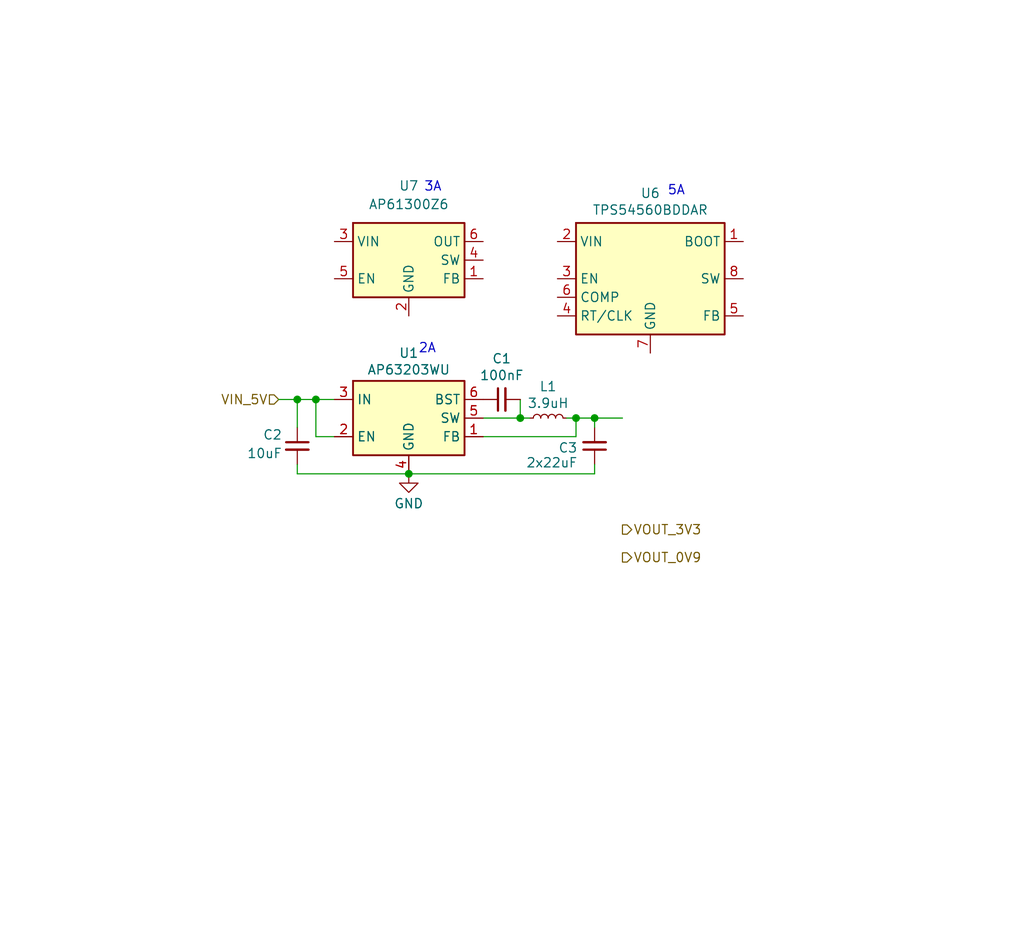
<source format=kicad_sch>
(kicad_sch (version 20250114) (generator "eeschema") (generator_version "9.0")
  (paper "User" 140 130)
  (lib_symbols
    (symbol "Device:C_Small" (pin_numbers (hide yes)) (pin_names (offset 0.254) (hide yes))
      (property "Reference" "C" (at 0.254 1.778 0))
      (property "Value" "C_Small" (at 0.254 -2.032 0))
      (symbol "C_Small_0_1"
        (polyline (pts (xy -1.524 0.508) (xy 1.524 0.508)) (stroke (width 0.3048)))
        (polyline (pts (xy -1.524 -0.508) (xy 1.524 -0.508)) (stroke (width 0.3302)))
      )
      (symbol "C_Small_1_1"
        (pin passive line (at 0 2.54 270) (length 2.032) (name "~") (number "1"))
        (pin passive line (at 0 -2.54 90) (length 2.032) (name "~") (number "2"))
      )
    )
    (symbol "Device:L_Small" (pin_numbers (hide yes)) (pin_names (offset 0.254) (hide yes))
      (property "Reference" "L" (at 0.762 1.016 0))
      (property "Value" "L_Small" (at 0.762 -1.016 0))
      (symbol "L_Small_0_1"
        (arc (start 0 2.032) (mid 0.5058 1.524) (end 0 1.016))
        (arc (start 0 1.016) (mid 0.5058 0.508) (end 0 0))
        (arc (start 0 0) (mid 0.5058 -0.508) (end 0 -1.016))
        (arc (start 0 -1.016) (mid 0.5058 -1.524) (end 0 -2.032))
      )
      (symbol "L_Small_1_1"
        (pin passive line (at 0 2.54 270) (length 0.508) (name "~") (number "1"))
        (pin passive line (at 0 -2.54 90) (length 0.508) (name "~") (number "2"))
      )
    )
    (symbol "Regulator_Switching:AP61300Z6"
      (property "Reference" "U" (at -7.62 6.35 0))
      (property "Value" "AP61300Z6" (at 6.35 -6.35 0))
      (symbol "AP61300Z6_0_1"
        (rectangle (start -7.62 5.08) (end 7.62 -5.08) (stroke (width 0.254)) (fill (type background)))
      )
      (symbol "AP61300Z6_1_1"
        (pin power_in line (at -10.16 2.54 0) (length 2.54) (name "VIN") (number "3"))
        (pin input line (at -10.16 -2.54 0) (length 2.54) (name "EN") (number "5"))
        (pin power_in line (at 0 -7.62 90) (length 2.54) (name "GND") (number "2"))
        (pin input line (at 10.16 2.54 180) (length 2.54) (name "OUT") (number "6"))
        (pin power_out line (at 10.16 0 180) (length 2.54) (name "SW") (number "4"))
        (pin input line (at 10.16 -2.54 180) (length 2.54) (name "FB") (number "1"))
      )
    )
    (symbol "Regulator_Switching:AP63203WU"
      (property "Reference" "U5" (at 0 10.16 0))
      (property "Value" "AP63203WU" (at 0 7.62 0))
      (symbol "AP63203WU_0_1"
        (rectangle (start -7.62 5.08) (end 7.62 -5.08) (stroke (width 0.254)) (fill (type background)))
      )
      (symbol "AP63203WU_1_1"
        (pin power_in line (at -10.16 2.54 0) (length 2.54) (name "IN") (number "3"))
        (pin input line (at -10.16 -2.54 0) (length 2.54) (name "EN") (number "2"))
        (pin power_in line (at 0 -7.62 90) (length 2.54) (name "GND") (number "4"))
        (pin passive line (at 10.16 2.54 180) (length 2.54) (name "BST") (number "6"))
        (pin output line (at 10.16 0 180) (length 2.54) (name "SW") (number "5"))
        (pin input line (at 10.16 -2.54 180) (length 2.54) (name "FB") (number "1"))
      )
    )
    (symbol "Regulator_Switching:TPS54560BDDA"
      (property "Reference" "U" (at -6.35 8.89 0))
      (property "Value" "TPS54560BDDA" (at 10.16 8.89 0))
      (symbol "TPS54560BDDA_0_1"
        (rectangle (start -10.16 7.62) (end 10.16 -7.62) (stroke (width 0.254)) (fill (type background)))
      )
      (symbol "TPS54560BDDA_1_1"
        (pin power_in line (at -12.7 5.08 0) (length 2.54) (name "VIN") (number "2"))
        (pin input line (at -12.7 0 0) (length 2.54) (name "EN") (number "3"))
        (pin output line (at -12.7 -2.54 0) (length 2.54) (name "COMP") (number "6"))
        (pin passive line (at -12.7 -5.08 0) (length 2.54) (name "RT/CLK") (number "4"))
        (pin power_in line (at 0 -10.16 90) (length 2.54) (name "GND") (number "7"))
        (pin passive line (at 0 -10.16 90) (length 2.54) (hide yes) (name "GND") (number "9"))
        (pin passive line (at 12.7 5.08 180) (length 2.54) (name "BOOT") (number "1"))
        (pin power_out line (at 12.7 0 180) (length 2.54) (name "SW") (number "8"))
        (pin input line (at 12.7 -5.08 180) (length 2.54) (name "FB") (number "5"))
      )
    )
    (symbol "power:GND" (power) (pin_numbers (hide yes)) (pin_names (offset 0) (hide yes))
      (property "Value" "GND" (at 0 -3.81 0))
      (symbol "GND_0_1"
        (polyline (pts (xy 0 0) (xy 0 -1.27) (xy 1.27 -1.27) (xy 0 -2.54) (xy -1.27 -1.27) (xy 0 -1.27)))
      )
      (symbol "GND_1_1"
        (pin power_in line (at 0 0 270) (length 0) (name "~") (number "1"))
      )
    )
  )
  (text "5A" (at 92.456 26.162 0) (effects (font (size 1.27 1.27))))
  (text "2A" (at 58.42 47.752 0) (effects (font (size 1.27 1.27))))
  (text "3A" (at 59.182 25.654 0) (effects (font (size 1.27 1.27))))
  (junction (at 43.18 54.61))
  (junction (at 71.12 57.15))
  (junction (at 40.64 54.61))
  (junction (at 78.74 57.15))
  (junction (at 81.28 57.15))
  (junction (at 55.88 64.77))
  (wire (pts (xy 40.64 64.77) (xy 55.88 64.77)))
  (wire (pts (xy 81.28 57.15) (xy 85.09 57.15)))
  (wire (pts (xy 43.18 54.61) (xy 45.72 54.61)))
  (wire (pts (xy 40.64 54.61) (xy 40.64 58.42)))
  (wire (pts (xy 45.72 59.69) (xy 43.18 59.69)))
  (wire (pts (xy 55.88 64.77) (xy 81.28 64.77)))
  (wire (pts (xy 71.12 54.61) (xy 71.12 57.15)))
  (wire (pts (xy 38.1 54.61) (xy 40.64 54.61)))
  (wire (pts (xy 81.28 64.77) (xy 81.28 63.5)))
  (wire (pts (xy 40.64 63.5) (xy 40.64 64.77)))
  (wire (pts (xy 81.28 57.15) (xy 78.74 57.15)))
  (wire (pts (xy 66.04 57.15) (xy 71.12 57.15)))
  (wire (pts (xy 77.47 57.15) (xy 78.74 57.15)))
  (wire (pts (xy 81.28 58.42) (xy 81.28 57.15)))
  (wire (pts (xy 66.04 59.69) (xy 78.74 59.69)))
  (wire (pts (xy 43.18 54.61) (xy 43.18 59.69)))
  (wire (pts (xy 71.12 57.15) (xy 72.39 57.15)))
  (wire (pts (xy 78.74 57.15) (xy 78.74 59.69)))
  (wire (pts (xy 40.64 54.61) (xy 43.18 54.61)))
  (hierarchical_label "VOUT_0V9" (shape output) (at 85.09 76.2 0))
  (hierarchical_label "VOUT_3V3" (shape output) (at 85.09 72.39 0))
  (hierarchical_label "VIN_5V" (shape input) (at 38.1 54.61 180))
  (symbol (lib_id "Device:C_Small") (at 68.58 54.61 90) (unit 1)
    (property "Reference" "C1" (at 68.58 49.022 90))
    (property "Value" "100nF" (at 68.5863 51.308 90))
    (property "Description" "Unpolarized capacitor, small symbol" (effects (hide yes)))
  )
  (symbol (lib_id "Device:L_Small") (at 74.93 57.15 90) (unit 1)
    (property "Reference" "L1" (at 74.9237 52.832 90))
    (property "Value" "3.9uH" (at 74.93 55.118 90))
    (property "Description" "Inductor, small symbol" (effects (hide yes)))
  )
  (symbol (lib_id "Regulator_Switching:AP61300Z6") (at 55.88 35.56 0) (unit 1)
    (property "Reference" "U7" (at 55.88 25.4 0))
    (property "Value" "AP61300Z6" (at 55.88 27.94 0))
    (property "Footprint" "Package_TO_SOT_SMD:SOT-563" (effects (hide yes)))
    (property "Datasheet" "https://www.diodes.com/datasheet/download/AP61300%2FAP61302.pdf" (effects (hide yes)))
    (property "Description" "2.4V-5.5V input voltage, 0.6V-3.6V adjustable output voltage, 3A output current, Low IQ Synchronous Buck Converter, PFM/PWM, SOT-563" (effects (hide yes)))
  )
  (symbol (lib_id "Regulator_Switching:TPS54560BDDA") (at 88.9 38.1 0) (unit 1)
    (property "Reference" "U6" (at 88.9 26.416 0))
    (property "Value" "TPS54560BDDAR" (at 88.9 28.702 0))
    (property "Footprint" "Package_SO:Texas_R-PDSO-G8_EP2.95x4.9mm_Mask2.4x3.1mm_ThermalVias" (effects (hide yes)))
    (property "Datasheet" "https://www.ti.com/lit/ds/symlink/tps54560b.pdf" (effects (hide yes)))
    (property "Description" "5A, Step Down DC-DC Converter, 4.5-60V Input Voltage, Texas R-PDSO-G8" (effects (hide yes)))
  )
  (symbol (lib_id "Regulator_Switching:AP63203WU") (at 55.88 57.15 0) (unit 1)
    (property "Reference" "U1" (at 55.88 48.26 0))
    (property "Value" "AP63203WU" (at 55.88 50.546 0))
    (property "Footprint" "Package_TO_SOT_SMD:TSOT-23-6" (effects (hide yes)))
    (property "Datasheet" "https://www.diodes.com/assets/Datasheets/AP63200-AP63201-AP63203-AP63205.pdf" (effects (hide yes)))
    (property "Description" "2A, 1.1MHz Buck DC/DC Converter, fixed 3.3V output voltage, TSOT-23-6" (effects (hide yes)))
  )
  (symbol (lib_id "Device:C_Small") (at 81.28 60.96 180) (unit 1)
    (property "Reference" "C3" (at 78.9877 61.214 0) (effects (justify left)))
    (property "Value" "2x22uF" (at 78.994 63.246 0) (effects (justify left)))
    (property "Description" "Unpolarized capacitor, small symbol" (effects (hide yes)))
  )
  (symbol (lib_id "Device:C_Small") (at 40.64 60.96 0) (unit 1)
    (property "Reference" "C2" (at 38.608 59.436 0) (effects (justify right)))
    (property "Value" "10uF" (at 38.608 61.976 0) (effects (justify right)))
    (property "Description" "Unpolarized capacitor, small symbol" (effects (hide yes)))
  )
  (symbol (lib_id "power:GND") (at 55.88 64.77 0) (unit 1)
    (property "Reference" "#PWR02" (effects (hide yes)))
    (property "Value" "GND" (at 55.88 68.834 0))
    (property "Description" "Power symbol creates a global label with name \"GND\" , ground" (effects (hide yes)))
  )
)
</source>
